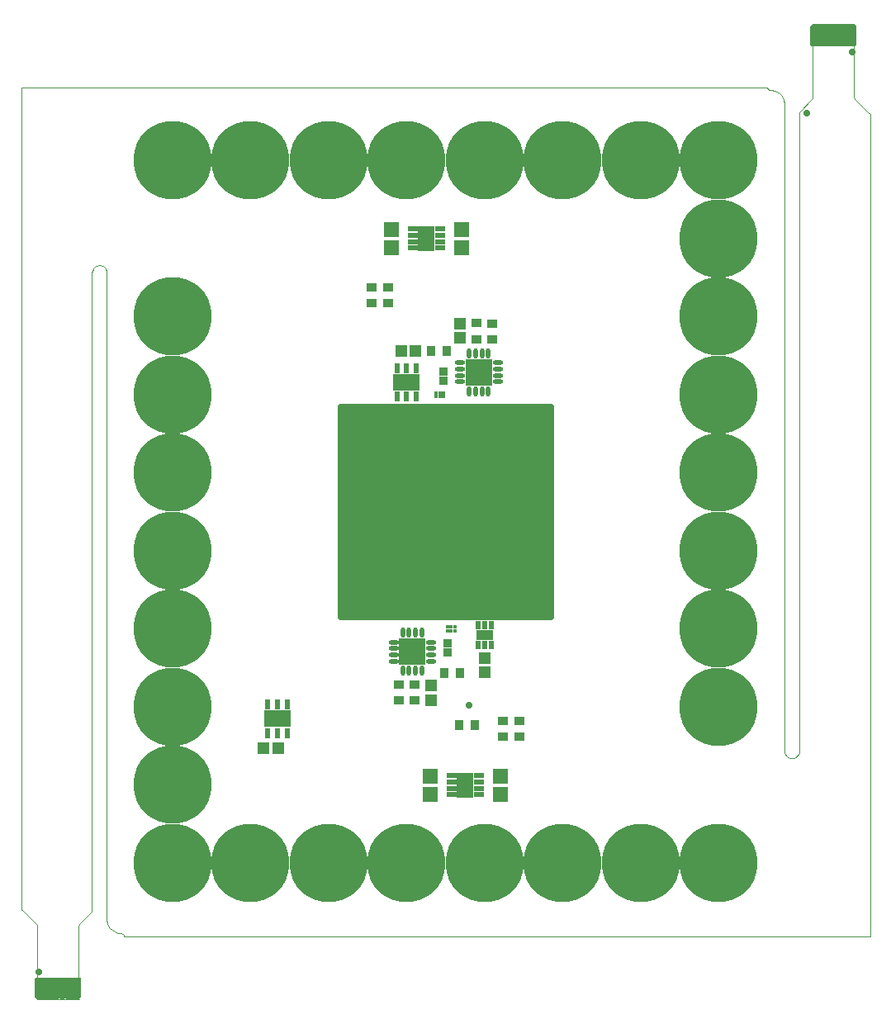
<source format=gbr>
%TF.GenerationSoftware,Altium Limited,Altium Designer,23.9.2 (47)*%
G04 Layer_Color=13278208*
%FSLAX45Y45*%
%MOMM*%
%TF.SameCoordinates,9F32D3C1-515D-4E76-A5FB-46C0C9FD6927*%
%TF.FilePolarity,Positive*%
%TF.FileFunction,Coverlay,Board_Layer_Stack_Top_Coverlay_(Board_Layer_Stack)*%
%TF.Part,Single*%
G01*
G75*
%TA.AperFunction,SMDPad,CuDef*%
%ADD50R,1.65000X1.50000*%
%ADD51R,1.20000X1.20000*%
%ADD52R,1.20000X1.20000*%
%ADD53R,0.92000X0.88000*%
%ADD54R,0.90000X1.10000*%
%ADD55R,1.10000X0.90000*%
%ADD56R,0.50000X0.90000*%
%ADD57R,1.80000X1.09000*%
%ADD58R,1.69000X2.60000*%
%ADD59R,1.10000X0.55000*%
%TA.AperFunction,BGAPad,CuDef*%
%ADD60C,0.40000*%
%TA.AperFunction,SMDPad,CuDef*%
%ADD61R,2.80000X2.80000*%
%ADD62O,1.05000X0.50000*%
%ADD63O,0.50000X1.05000*%
%ADD64R,0.60000X1.00000*%
%ADD65R,2.70000X1.70000*%
G04:AMPARAMS|DCode=66|XSize=22.2mm|YSize=22.2mm|CornerRadius=0.32mm|HoleSize=0mm|Usage=FLASHONLY|Rotation=90.000|XOffset=0mm|YOffset=0mm|HoleType=Round|Shape=RoundedRectangle|*
%AMROUNDEDRECTD66*
21,1,22.20000,21.56000,0,0,90.0*
21,1,21.56000,22.20000,0,0,90.0*
1,1,0.64000,10.78000,10.78000*
1,1,0.64000,10.78000,-10.78000*
1,1,0.64000,-10.78000,-10.78000*
1,1,0.64000,-10.78000,10.78000*
%
%ADD66ROUNDEDRECTD66*%
%TA.AperFunction,ComponentPad*%
%ADD67C,8.00000*%
%TA.AperFunction,ViaPad*%
%ADD68C,0.70000*%
%TA.AperFunction,Profile*%
%ADD70C,0.02540*%
G36*
X4191308Y4994936D02*
X4192594Y4994680D01*
X4193835Y4994259D01*
X4195011Y4993679D01*
X4196101Y4992951D01*
X4197086Y4992086D01*
X4207086Y4982086D01*
X4207951Y4981101D01*
X4208679Y4980011D01*
X4209259Y4978835D01*
X4209680Y4977594D01*
X4209936Y4976308D01*
X4210022Y4975000D01*
Y4785000D01*
X4209936Y4783692D01*
X4209680Y4782406D01*
X4209259Y4781165D01*
X4208679Y4779989D01*
X4207951Y4778900D01*
X4207086Y4777914D01*
X4206101Y4777050D01*
X4205011Y4776321D01*
X4203835Y4775742D01*
X4202594Y4775320D01*
X4201308Y4775065D01*
X4200000Y4774979D01*
X4170000D01*
X4168692Y4775065D01*
X4167406Y4775320D01*
X4166165Y4775742D01*
X4165000Y4776316D01*
X4163835Y4775742D01*
X4162594Y4775320D01*
X4161308Y4775065D01*
X4160000Y4774979D01*
X4150000D01*
X4148692Y4775065D01*
X4147406Y4775320D01*
X4146165Y4775742D01*
X4145000Y4776316D01*
X4143835Y4775742D01*
X4142594Y4775320D01*
X4141308Y4775065D01*
X4140000Y4774979D01*
X4110000D01*
X4108692Y4775065D01*
X4107407Y4775320D01*
X4106166Y4775742D01*
X4105000Y4776316D01*
X4103835Y4775742D01*
X4102594Y4775320D01*
X4101309Y4775065D01*
X4100000Y4774979D01*
X4090000D01*
X4088692Y4775065D01*
X4087407Y4775320D01*
X4086165Y4775742D01*
X4085000Y4776316D01*
X4083835Y4775742D01*
X4082594Y4775320D01*
X4081308Y4775065D01*
X4080000Y4774979D01*
X4050000D01*
X4048692Y4775065D01*
X4047407Y4775320D01*
X4046165Y4775742D01*
X4045000Y4776316D01*
X4043835Y4775742D01*
X4042594Y4775320D01*
X4041308Y4775065D01*
X4040000Y4774979D01*
X4030000D01*
X4028692Y4775065D01*
X4027406Y4775320D01*
X4026165Y4775742D01*
X4025000Y4776316D01*
X4023835Y4775742D01*
X4022594Y4775320D01*
X4021308Y4775065D01*
X4020000Y4774979D01*
X3990000D01*
X3988692Y4775065D01*
X3987407Y4775320D01*
X3986166Y4775742D01*
X3985000Y4776316D01*
X3983835Y4775742D01*
X3982594Y4775320D01*
X3981309Y4775065D01*
X3980000Y4774979D01*
X3970000D01*
X3968692Y4775065D01*
X3967407Y4775320D01*
X3966165Y4775742D01*
X3965000Y4776316D01*
X3963835Y4775742D01*
X3962594Y4775320D01*
X3961308Y4775065D01*
X3960000Y4774979D01*
X3930000D01*
X3928692Y4775065D01*
X3927407Y4775320D01*
X3926165Y4775742D01*
X3925000Y4776316D01*
X3923835Y4775742D01*
X3922594Y4775320D01*
X3921308Y4775065D01*
X3920000Y4774979D01*
X3910000D01*
X3908692Y4775065D01*
X3907406Y4775320D01*
X3906165Y4775742D01*
X3905000Y4776316D01*
X3903835Y4775742D01*
X3902594Y4775320D01*
X3901308Y4775065D01*
X3900000Y4774979D01*
X3870000D01*
X3868692Y4775065D01*
X3867407Y4775320D01*
X3866165Y4775742D01*
X3865000Y4776316D01*
X3863835Y4775742D01*
X3862594Y4775320D01*
X3861309Y4775065D01*
X3860000Y4774979D01*
X3850000D01*
X3848692Y4775065D01*
X3847407Y4775320D01*
X3846165Y4775742D01*
X3845000Y4776316D01*
X3843835Y4775742D01*
X3842594Y4775320D01*
X3841308Y4775065D01*
X3840000Y4774979D01*
X3810000D01*
X3808692Y4775065D01*
X3807407Y4775320D01*
X3806165Y4775742D01*
X3805000Y4776316D01*
X3803835Y4775742D01*
X3802594Y4775320D01*
X3801308Y4775065D01*
X3800000Y4774979D01*
X3790000D01*
X3788692Y4775065D01*
X3787406Y4775320D01*
X3786165Y4775742D01*
X3785000Y4776316D01*
X3783835Y4775742D01*
X3782594Y4775320D01*
X3781308Y4775065D01*
X3780000Y4774979D01*
X3750000D01*
X3748692Y4775065D01*
X3747407Y4775320D01*
X3746165Y4775742D01*
X3744989Y4776321D01*
X3743900Y4777050D01*
X3742914Y4777914D01*
X3742050Y4778900D01*
X3741321Y4779989D01*
X3740742Y4781165D01*
X3740320Y4782406D01*
X3740065Y4783692D01*
X3739979Y4785000D01*
Y4975000D01*
X3740065Y4976308D01*
X3740320Y4977594D01*
X3740742Y4978835D01*
X3741321Y4980011D01*
X3742050Y4981101D01*
X3742914Y4982086D01*
X3752912Y4992084D01*
X3752914Y4992086D01*
X3753900Y4992951D01*
X3754989Y4993679D01*
X3756165Y4994259D01*
X3757407Y4994680D01*
X3758692Y4994936D01*
X3760000Y4995022D01*
X3770000D01*
X3771308Y4994936D01*
X3772594Y4994680D01*
X3773835Y4994259D01*
X3775011Y4993679D01*
X3776101Y4992951D01*
X3777086Y4992086D01*
X3780639Y4988533D01*
X3780741Y4988835D01*
X3781321Y4990011D01*
X3782050Y4991101D01*
X3782914Y4992086D01*
X3783899Y4992951D01*
X3784989Y4993679D01*
X3786165Y4994259D01*
X3787406Y4994680D01*
X3788692Y4994936D01*
X3790000Y4995022D01*
X3800000D01*
X3801308Y4994936D01*
X3802594Y4994680D01*
X3803835Y4994259D01*
X3805011Y4993679D01*
X3806101Y4992951D01*
X3807086Y4992086D01*
X3807951Y4991101D01*
X3808679Y4990011D01*
X3809259Y4988835D01*
X3809361Y4988533D01*
X3812914Y4992086D01*
X3813900Y4992951D01*
X3814990Y4993679D01*
X3816165Y4994259D01*
X3817407Y4994680D01*
X3818692Y4994936D01*
X3820000Y4995022D01*
X3830000D01*
X3831308Y4994936D01*
X3832594Y4994680D01*
X3833835Y4994259D01*
X3835011Y4993679D01*
X3836101Y4992951D01*
X3837086Y4992086D01*
X3840639Y4988533D01*
X3840742Y4988835D01*
X3841322Y4990011D01*
X3842050Y4991101D01*
X3842914Y4992086D01*
X3843900Y4992951D01*
X3844990Y4993679D01*
X3846165Y4994259D01*
X3847407Y4994680D01*
X3848692Y4994936D01*
X3850000Y4995022D01*
X3860000D01*
X3861309Y4994936D01*
X3862594Y4994680D01*
X3863835Y4994259D01*
X3865011Y4993679D01*
X3866101Y4992951D01*
X3867086Y4992086D01*
X3867951Y4991101D01*
X3868679Y4990011D01*
X3869259Y4988835D01*
X3869361Y4988533D01*
X3872914Y4992086D01*
X3873900Y4992951D01*
X3874990Y4993679D01*
X3876165Y4994259D01*
X3877407Y4994680D01*
X3878692Y4994936D01*
X3880000Y4995022D01*
X3890000D01*
X3891308Y4994936D01*
X3892594Y4994680D01*
X3893835Y4994259D01*
X3895011Y4993679D01*
X3896101Y4992951D01*
X3897086Y4992086D01*
X3900639Y4988534D01*
X3900741Y4988835D01*
X3901321Y4990011D01*
X3902050Y4991101D01*
X3902914Y4992086D01*
X3903899Y4992951D01*
X3904989Y4993679D01*
X3906165Y4994259D01*
X3907406Y4994680D01*
X3908692Y4994936D01*
X3910000Y4995022D01*
X3920000D01*
X3921308Y4994936D01*
X3922594Y4994680D01*
X3923835Y4994259D01*
X3925011Y4993679D01*
X3926101Y4992951D01*
X3927086Y4992086D01*
X3927951Y4991101D01*
X3928679Y4990011D01*
X3929259Y4988835D01*
X3929361Y4988533D01*
X3932914Y4992086D01*
X3933900Y4992951D01*
X3934990Y4993679D01*
X3936165Y4994259D01*
X3937407Y4994680D01*
X3938692Y4994936D01*
X3940000Y4995022D01*
X3950000D01*
X3951308Y4994936D01*
X3952594Y4994680D01*
X3953835Y4994259D01*
X3955011Y4993679D01*
X3956101Y4992951D01*
X3957086Y4992086D01*
X3960639Y4988533D01*
X3960742Y4988835D01*
X3961322Y4990011D01*
X3962050Y4991101D01*
X3962914Y4992086D01*
X3963900Y4992951D01*
X3964990Y4993679D01*
X3966165Y4994259D01*
X3967407Y4994680D01*
X3968692Y4994936D01*
X3970000Y4995022D01*
X3980000D01*
X3981309Y4994936D01*
X3982594Y4994680D01*
X3983835Y4994259D01*
X3985011Y4993679D01*
X3986101Y4992951D01*
X3987087Y4992086D01*
X3987951Y4991101D01*
X3988679Y4990011D01*
X3989259Y4988835D01*
X3989361Y4988533D01*
X3992914Y4992086D01*
X3993900Y4992951D01*
X3994990Y4993679D01*
X3996165Y4994259D01*
X3997407Y4994680D01*
X3998692Y4994936D01*
X4000000Y4995022D01*
X4010000D01*
X4011308Y4994936D01*
X4012594Y4994680D01*
X4013836Y4994259D01*
X4015011Y4993679D01*
X4016101Y4992951D01*
X4017086Y4992086D01*
X4020639Y4988534D01*
X4020742Y4988835D01*
X4021321Y4990011D01*
X4022050Y4991101D01*
X4022914Y4992086D01*
X4023899Y4992951D01*
X4024989Y4993679D01*
X4026165Y4994259D01*
X4027406Y4994680D01*
X4028692Y4994936D01*
X4030000Y4995022D01*
X4040000D01*
X4041308Y4994936D01*
X4042594Y4994680D01*
X4043835Y4994259D01*
X4045011Y4993679D01*
X4046101Y4992951D01*
X4047086Y4992086D01*
X4047951Y4991101D01*
X4048679Y4990011D01*
X4049259Y4988835D01*
X4049361Y4988533D01*
X4052914Y4992086D01*
X4053900Y4992951D01*
X4054990Y4993679D01*
X4056165Y4994259D01*
X4057407Y4994680D01*
X4058692Y4994936D01*
X4060000Y4995022D01*
X4070000D01*
X4071308Y4994936D01*
X4072594Y4994680D01*
X4073835Y4994259D01*
X4075011Y4993679D01*
X4076101Y4992951D01*
X4077086Y4992086D01*
X4080639Y4988533D01*
X4080742Y4988835D01*
X4081322Y4990011D01*
X4082050Y4991101D01*
X4082914Y4992086D01*
X4083900Y4992951D01*
X4084990Y4993679D01*
X4086165Y4994259D01*
X4087407Y4994680D01*
X4088692Y4994936D01*
X4090000Y4995022D01*
X4100000D01*
X4101309Y4994936D01*
X4102594Y4994680D01*
X4103835Y4994259D01*
X4105011Y4993679D01*
X4106101Y4992951D01*
X4107087Y4992086D01*
X4107951Y4991101D01*
X4108679Y4990011D01*
X4109259Y4988835D01*
X4109361Y4988533D01*
X4112914Y4992086D01*
X4113900Y4992951D01*
X4114990Y4993679D01*
X4116165Y4994259D01*
X4117407Y4994680D01*
X4118692Y4994936D01*
X4120000Y4995022D01*
X4130000D01*
X4131308Y4994936D01*
X4132594Y4994680D01*
X4133836Y4994259D01*
X4135011Y4993679D01*
X4136101Y4992951D01*
X4137086Y4992086D01*
X4140639Y4988534D01*
X4140742Y4988835D01*
X4141321Y4990011D01*
X4142050Y4991101D01*
X4142914Y4992086D01*
X4143900Y4992951D01*
X4144989Y4993679D01*
X4146165Y4994259D01*
X4147406Y4994680D01*
X4148692Y4994936D01*
X4150000Y4995022D01*
X4160000D01*
X4161308Y4994936D01*
X4162594Y4994680D01*
X4163835Y4994259D01*
X4165011Y4993679D01*
X4166101Y4992951D01*
X4167086Y4992086D01*
X4167951Y4991101D01*
X4168679Y4990011D01*
X4169259Y4988835D01*
X4169361Y4988533D01*
X4172914Y4992086D01*
X4173900Y4992951D01*
X4174989Y4993679D01*
X4176165Y4994259D01*
X4177407Y4994680D01*
X4178692Y4994936D01*
X4180000Y4995022D01*
X4190000D01*
X4191308Y4994936D01*
D02*
G37*
G36*
X-3748692Y-4775065D02*
X-3747407Y-4775320D01*
X-3746165Y-4775742D01*
X-3744989Y-4776321D01*
X-3743900Y-4777050D01*
X-3742914Y-4777914D01*
X-3742050Y-4778900D01*
X-3741321Y-4779989D01*
X-3740742Y-4781165D01*
X-3740320Y-4782406D01*
X-3740065Y-4783692D01*
X-3739979Y-4785000D01*
Y-4975000D01*
X-3740065Y-4976308D01*
X-3740320Y-4977594D01*
X-3740742Y-4978835D01*
X-3741321Y-4980011D01*
X-3742050Y-4981101D01*
X-3742914Y-4982086D01*
X-3752912Y-4992084D01*
X-3752914Y-4992086D01*
X-3753900Y-4992951D01*
X-3754989Y-4993679D01*
X-3756165Y-4994259D01*
X-3757407Y-4994680D01*
X-3758692Y-4994936D01*
X-3760000Y-4995022D01*
X-3770000D01*
X-3771308Y-4994936D01*
X-3772594Y-4994680D01*
X-3773835Y-4994259D01*
X-3775011Y-4993679D01*
X-3776101Y-4992951D01*
X-3777086Y-4992086D01*
X-3780639Y-4988533D01*
X-3780741Y-4988835D01*
X-3781321Y-4990011D01*
X-3782050Y-4991101D01*
X-3782914Y-4992086D01*
X-3783899Y-4992951D01*
X-3784989Y-4993679D01*
X-3786165Y-4994259D01*
X-3787406Y-4994680D01*
X-3788692Y-4994936D01*
X-3790000Y-4995022D01*
X-3800000D01*
X-3801308Y-4994936D01*
X-3802594Y-4994680D01*
X-3803835Y-4994259D01*
X-3805011Y-4993679D01*
X-3806101Y-4992951D01*
X-3807086Y-4992086D01*
X-3807951Y-4991101D01*
X-3808679Y-4990011D01*
X-3809259Y-4988835D01*
X-3809361Y-4988533D01*
X-3812914Y-4992086D01*
X-3813900Y-4992951D01*
X-3814990Y-4993679D01*
X-3816165Y-4994259D01*
X-3817407Y-4994680D01*
X-3818692Y-4994936D01*
X-3820000Y-4995022D01*
X-3830000D01*
X-3831308Y-4994936D01*
X-3832594Y-4994680D01*
X-3833835Y-4994259D01*
X-3835011Y-4993679D01*
X-3836101Y-4992951D01*
X-3837086Y-4992086D01*
X-3840639Y-4988533D01*
X-3840742Y-4988835D01*
X-3841322Y-4990011D01*
X-3842050Y-4991101D01*
X-3842914Y-4992086D01*
X-3843900Y-4992951D01*
X-3844990Y-4993679D01*
X-3846165Y-4994259D01*
X-3847407Y-4994680D01*
X-3848692Y-4994936D01*
X-3850000Y-4995022D01*
X-3860000D01*
X-3861309Y-4994936D01*
X-3862594Y-4994680D01*
X-3863835Y-4994259D01*
X-3865011Y-4993679D01*
X-3866101Y-4992951D01*
X-3867086Y-4992086D01*
X-3867951Y-4991101D01*
X-3868679Y-4990011D01*
X-3869259Y-4988835D01*
X-3869361Y-4988533D01*
X-3872914Y-4992086D01*
X-3873900Y-4992951D01*
X-3874990Y-4993679D01*
X-3876165Y-4994259D01*
X-3877407Y-4994680D01*
X-3878692Y-4994936D01*
X-3880000Y-4995022D01*
X-3890000D01*
X-3891308Y-4994936D01*
X-3892594Y-4994680D01*
X-3893835Y-4994259D01*
X-3895011Y-4993679D01*
X-3896101Y-4992951D01*
X-3897086Y-4992086D01*
X-3900639Y-4988534D01*
X-3900741Y-4988835D01*
X-3901321Y-4990011D01*
X-3902050Y-4991101D01*
X-3902914Y-4992086D01*
X-3903899Y-4992951D01*
X-3904989Y-4993679D01*
X-3906165Y-4994259D01*
X-3907406Y-4994680D01*
X-3908692Y-4994936D01*
X-3910000Y-4995022D01*
X-3920000D01*
X-3921308Y-4994936D01*
X-3922594Y-4994680D01*
X-3923835Y-4994259D01*
X-3925011Y-4993679D01*
X-3926101Y-4992951D01*
X-3927086Y-4992086D01*
X-3927951Y-4991101D01*
X-3928679Y-4990011D01*
X-3929259Y-4988835D01*
X-3929361Y-4988533D01*
X-3932914Y-4992086D01*
X-3933900Y-4992951D01*
X-3934990Y-4993679D01*
X-3936165Y-4994259D01*
X-3937407Y-4994680D01*
X-3938692Y-4994936D01*
X-3940000Y-4995022D01*
X-3950000D01*
X-3951308Y-4994936D01*
X-3952594Y-4994680D01*
X-3953835Y-4994259D01*
X-3955011Y-4993679D01*
X-3956101Y-4992951D01*
X-3957086Y-4992086D01*
X-3960639Y-4988533D01*
X-3960742Y-4988835D01*
X-3961322Y-4990011D01*
X-3962050Y-4991101D01*
X-3962914Y-4992086D01*
X-3963900Y-4992951D01*
X-3964990Y-4993679D01*
X-3966165Y-4994259D01*
X-3967407Y-4994680D01*
X-3968692Y-4994936D01*
X-3970000Y-4995022D01*
X-3980000D01*
X-3981309Y-4994936D01*
X-3982594Y-4994680D01*
X-3983835Y-4994259D01*
X-3985011Y-4993679D01*
X-3986101Y-4992951D01*
X-3987087Y-4992086D01*
X-3987951Y-4991101D01*
X-3988679Y-4990011D01*
X-3989259Y-4988835D01*
X-3989361Y-4988533D01*
X-3992914Y-4992086D01*
X-3993900Y-4992951D01*
X-3994990Y-4993679D01*
X-3996165Y-4994259D01*
X-3997407Y-4994680D01*
X-3998692Y-4994936D01*
X-4000000Y-4995022D01*
X-4010000D01*
X-4011308Y-4994936D01*
X-4012594Y-4994680D01*
X-4013836Y-4994259D01*
X-4015011Y-4993679D01*
X-4016101Y-4992951D01*
X-4017086Y-4992086D01*
X-4020639Y-4988534D01*
X-4020742Y-4988835D01*
X-4021321Y-4990011D01*
X-4022050Y-4991101D01*
X-4022914Y-4992086D01*
X-4023899Y-4992951D01*
X-4024989Y-4993679D01*
X-4026165Y-4994259D01*
X-4027406Y-4994680D01*
X-4028692Y-4994936D01*
X-4030000Y-4995022D01*
X-4040000D01*
X-4041308Y-4994936D01*
X-4042594Y-4994680D01*
X-4043835Y-4994259D01*
X-4045011Y-4993679D01*
X-4046101Y-4992951D01*
X-4047086Y-4992086D01*
X-4047951Y-4991101D01*
X-4048679Y-4990011D01*
X-4049259Y-4988835D01*
X-4049361Y-4988533D01*
X-4052914Y-4992086D01*
X-4053900Y-4992951D01*
X-4054990Y-4993679D01*
X-4056165Y-4994259D01*
X-4057407Y-4994680D01*
X-4058692Y-4994936D01*
X-4060000Y-4995022D01*
X-4070000D01*
X-4071308Y-4994936D01*
X-4072594Y-4994680D01*
X-4073835Y-4994259D01*
X-4075011Y-4993679D01*
X-4076101Y-4992951D01*
X-4077086Y-4992086D01*
X-4080639Y-4988533D01*
X-4080742Y-4988835D01*
X-4081322Y-4990011D01*
X-4082050Y-4991101D01*
X-4082914Y-4992086D01*
X-4083900Y-4992951D01*
X-4084990Y-4993679D01*
X-4086165Y-4994259D01*
X-4087407Y-4994680D01*
X-4088692Y-4994936D01*
X-4090000Y-4995022D01*
X-4100000D01*
X-4101309Y-4994936D01*
X-4102594Y-4994680D01*
X-4103835Y-4994259D01*
X-4105011Y-4993679D01*
X-4106101Y-4992951D01*
X-4107087Y-4992086D01*
X-4107951Y-4991101D01*
X-4108679Y-4990011D01*
X-4109259Y-4988835D01*
X-4109361Y-4988533D01*
X-4112914Y-4992086D01*
X-4113900Y-4992951D01*
X-4114990Y-4993679D01*
X-4116165Y-4994259D01*
X-4117407Y-4994680D01*
X-4118692Y-4994936D01*
X-4120000Y-4995022D01*
X-4130000D01*
X-4131308Y-4994936D01*
X-4132594Y-4994680D01*
X-4133836Y-4994259D01*
X-4135011Y-4993679D01*
X-4136101Y-4992951D01*
X-4137086Y-4992086D01*
X-4140639Y-4988534D01*
X-4140742Y-4988835D01*
X-4141321Y-4990011D01*
X-4142050Y-4991101D01*
X-4142914Y-4992086D01*
X-4143900Y-4992951D01*
X-4144989Y-4993679D01*
X-4146165Y-4994259D01*
X-4147406Y-4994680D01*
X-4148692Y-4994936D01*
X-4150000Y-4995022D01*
X-4160000D01*
X-4161308Y-4994936D01*
X-4162594Y-4994680D01*
X-4163835Y-4994259D01*
X-4165011Y-4993679D01*
X-4166101Y-4992951D01*
X-4167086Y-4992086D01*
X-4167951Y-4991101D01*
X-4168679Y-4990011D01*
X-4169259Y-4988835D01*
X-4169361Y-4988533D01*
X-4172914Y-4992086D01*
X-4173900Y-4992951D01*
X-4174989Y-4993679D01*
X-4176165Y-4994259D01*
X-4177407Y-4994680D01*
X-4178692Y-4994936D01*
X-4180000Y-4995022D01*
X-4190000D01*
X-4191308Y-4994936D01*
X-4192594Y-4994680D01*
X-4193835Y-4994259D01*
X-4195011Y-4993679D01*
X-4196101Y-4992951D01*
X-4197086Y-4992086D01*
X-4207086Y-4982086D01*
X-4207951Y-4981101D01*
X-4208679Y-4980011D01*
X-4209259Y-4978835D01*
X-4209680Y-4977594D01*
X-4209936Y-4976308D01*
X-4210022Y-4975000D01*
Y-4785000D01*
X-4209936Y-4783692D01*
X-4209680Y-4782406D01*
X-4209259Y-4781165D01*
X-4208679Y-4779989D01*
X-4207951Y-4778900D01*
X-4207086Y-4777914D01*
X-4206101Y-4777050D01*
X-4205011Y-4776321D01*
X-4203835Y-4775742D01*
X-4202594Y-4775320D01*
X-4201308Y-4775065D01*
X-4200000Y-4774979D01*
X-4170000D01*
X-4168692Y-4775065D01*
X-4167406Y-4775320D01*
X-4166165Y-4775742D01*
X-4165000Y-4776316D01*
X-4163835Y-4775742D01*
X-4162594Y-4775320D01*
X-4161308Y-4775065D01*
X-4160000Y-4774979D01*
X-4150000D01*
X-4148692Y-4775065D01*
X-4147406Y-4775320D01*
X-4146165Y-4775742D01*
X-4145000Y-4776316D01*
X-4143835Y-4775742D01*
X-4142594Y-4775320D01*
X-4141308Y-4775065D01*
X-4140000Y-4774979D01*
X-4110000D01*
X-4108692Y-4775065D01*
X-4107407Y-4775320D01*
X-4106166Y-4775742D01*
X-4105000Y-4776316D01*
X-4103835Y-4775742D01*
X-4102594Y-4775320D01*
X-4101309Y-4775065D01*
X-4100000Y-4774979D01*
X-4090000D01*
X-4088692Y-4775065D01*
X-4087407Y-4775320D01*
X-4086165Y-4775742D01*
X-4085000Y-4776316D01*
X-4083835Y-4775742D01*
X-4082594Y-4775320D01*
X-4081308Y-4775065D01*
X-4080000Y-4774979D01*
X-4050000D01*
X-4048692Y-4775065D01*
X-4047407Y-4775320D01*
X-4046165Y-4775742D01*
X-4045000Y-4776316D01*
X-4043835Y-4775742D01*
X-4042594Y-4775320D01*
X-4041308Y-4775065D01*
X-4040000Y-4774979D01*
X-4030000D01*
X-4028692Y-4775065D01*
X-4027406Y-4775320D01*
X-4026165Y-4775742D01*
X-4025000Y-4776316D01*
X-4023835Y-4775742D01*
X-4022594Y-4775320D01*
X-4021308Y-4775065D01*
X-4020000Y-4774979D01*
X-3990000D01*
X-3988692Y-4775065D01*
X-3987407Y-4775320D01*
X-3986166Y-4775742D01*
X-3985000Y-4776316D01*
X-3983835Y-4775742D01*
X-3982594Y-4775320D01*
X-3981309Y-4775065D01*
X-3980000Y-4774979D01*
X-3970000D01*
X-3968692Y-4775065D01*
X-3967407Y-4775320D01*
X-3966165Y-4775742D01*
X-3965000Y-4776316D01*
X-3963835Y-4775742D01*
X-3962594Y-4775320D01*
X-3961308Y-4775065D01*
X-3960000Y-4774979D01*
X-3930000D01*
X-3928692Y-4775065D01*
X-3927407Y-4775320D01*
X-3926165Y-4775742D01*
X-3925000Y-4776316D01*
X-3923835Y-4775742D01*
X-3922594Y-4775320D01*
X-3921308Y-4775065D01*
X-3920000Y-4774979D01*
X-3910000D01*
X-3908692Y-4775065D01*
X-3907406Y-4775320D01*
X-3906165Y-4775742D01*
X-3905000Y-4776316D01*
X-3903835Y-4775742D01*
X-3902594Y-4775320D01*
X-3901308Y-4775065D01*
X-3900000Y-4774979D01*
X-3870000D01*
X-3868692Y-4775065D01*
X-3867407Y-4775320D01*
X-3866165Y-4775742D01*
X-3865000Y-4776316D01*
X-3863835Y-4775742D01*
X-3862594Y-4775320D01*
X-3861309Y-4775065D01*
X-3860000Y-4774979D01*
X-3850000D01*
X-3848692Y-4775065D01*
X-3847407Y-4775320D01*
X-3846165Y-4775742D01*
X-3845000Y-4776316D01*
X-3843835Y-4775742D01*
X-3842594Y-4775320D01*
X-3841308Y-4775065D01*
X-3840000Y-4774979D01*
X-3810000D01*
X-3808692Y-4775065D01*
X-3807407Y-4775320D01*
X-3806165Y-4775742D01*
X-3805000Y-4776316D01*
X-3803835Y-4775742D01*
X-3802594Y-4775320D01*
X-3801308Y-4775065D01*
X-3800000Y-4774979D01*
X-3790000D01*
X-3788692Y-4775065D01*
X-3787406Y-4775320D01*
X-3786165Y-4775742D01*
X-3785000Y-4776316D01*
X-3783835Y-4775742D01*
X-3782594Y-4775320D01*
X-3781308Y-4775065D01*
X-3780000Y-4774979D01*
X-3750000D01*
X-3748692Y-4775065D01*
D02*
G37*
D50*
X-162458Y-2710965D02*
D03*
Y-2896365D02*
D03*
X557542Y-2710965D02*
D03*
Y-2896365D02*
D03*
X-560000Y2707300D02*
D03*
Y2892700D02*
D03*
X160000Y2707300D02*
D03*
Y2892700D02*
D03*
D51*
X402500Y-1647700D02*
D03*
Y-1502300D02*
D03*
X-152458Y-1929064D02*
D03*
Y-1783664D02*
D03*
X150000Y1925400D02*
D03*
Y1780000D02*
D03*
D52*
X-1865400Y-2420000D02*
D03*
X-1720000D02*
D03*
X-307300Y1650000D02*
D03*
X-452700D02*
D03*
D53*
X17542Y-1438665D02*
D03*
Y-1348665D02*
D03*
X-20000Y1435000D02*
D03*
Y1345000D02*
D03*
D54*
X300000Y-2190000D02*
D03*
X134600D02*
D03*
X-15158Y-1653664D02*
D03*
X150242D02*
D03*
X-152700Y1650000D02*
D03*
X12700D02*
D03*
D55*
X757542Y-2306364D02*
D03*
Y-2140964D02*
D03*
X587542D02*
D03*
Y-2306364D02*
D03*
X-322458Y-1936364D02*
D03*
Y-1770964D02*
D03*
X-482458Y-1768264D02*
D03*
Y-1933664D02*
D03*
X480000Y1930000D02*
D03*
Y1764600D02*
D03*
X320000Y1767300D02*
D03*
Y1932700D02*
D03*
X-590000Y2302700D02*
D03*
Y2137300D02*
D03*
X-760000D02*
D03*
Y2302700D02*
D03*
D56*
X465000Y-1165500D02*
D03*
X400000D02*
D03*
X335000D02*
D03*
X465000Y-1364500D02*
D03*
X400000D02*
D03*
X335000D02*
D03*
D57*
X400000Y-1265000D02*
D03*
D58*
X197542Y-2803664D02*
D03*
X-200000Y2800000D02*
D03*
D59*
X337042Y-2901165D02*
D03*
Y-2836165D02*
D03*
Y-2771165D02*
D03*
Y-2706165D02*
D03*
X58042Y-2901165D02*
D03*
Y-2836165D02*
D03*
Y-2771165D02*
D03*
Y-2706165D02*
D03*
X-339500Y2897500D02*
D03*
Y2832500D02*
D03*
Y2767500D02*
D03*
Y2702500D02*
D03*
X-60500Y2897500D02*
D03*
Y2832500D02*
D03*
Y2767500D02*
D03*
Y2702500D02*
D03*
D60*
X97542Y-1223664D02*
D03*
X57542D02*
D03*
X17542D02*
D03*
X97542Y-1183664D02*
D03*
X57542D02*
D03*
X17542D02*
D03*
X-100000Y1220000D02*
D03*
X-60000D02*
D03*
X-20000D02*
D03*
X-100000Y1180000D02*
D03*
X-60000D02*
D03*
X-20000D02*
D03*
D61*
X-342458Y-1433664D02*
D03*
X340000Y1430000D02*
D03*
D62*
X-149958Y-1336164D02*
D03*
Y-1401164D02*
D03*
Y-1466164D02*
D03*
Y-1531164D02*
D03*
X-534958D02*
D03*
Y-1466164D02*
D03*
Y-1401164D02*
D03*
Y-1336164D02*
D03*
X147500Y1332500D02*
D03*
Y1397500D02*
D03*
Y1462500D02*
D03*
Y1527500D02*
D03*
X532500D02*
D03*
Y1462500D02*
D03*
Y1397500D02*
D03*
Y1332500D02*
D03*
D63*
X-244958Y-1626164D02*
D03*
X-309958D02*
D03*
X-374958D02*
D03*
X-439958D02*
D03*
Y-1241164D02*
D03*
X-374958D02*
D03*
X-309958D02*
D03*
X-244958D02*
D03*
X242500Y1622500D02*
D03*
X307500D02*
D03*
X372500D02*
D03*
X437500D02*
D03*
Y1237500D02*
D03*
X372500D02*
D03*
X307500D02*
D03*
X242500D02*
D03*
D64*
X-1622500Y-1979500D02*
D03*
X-1722500D02*
D03*
X-1822500D02*
D03*
X-1622500Y-2267500D02*
D03*
X-1722500D02*
D03*
X-1822500D02*
D03*
X-500000Y1186000D02*
D03*
X-400000D02*
D03*
X-300000D02*
D03*
X-500000Y1474000D02*
D03*
X-400000D02*
D03*
X-300000D02*
D03*
D65*
X-1722500Y-2123500D02*
D03*
X-400000Y1330000D02*
D03*
D66*
X0Y0D02*
D03*
D67*
X-2800000Y2000000D02*
D03*
X2800000Y-2000000D02*
D03*
Y-3600000D02*
D03*
X400000D02*
D03*
X-400000D02*
D03*
X-2000000D02*
D03*
X-1200000D02*
D03*
X2000000D02*
D03*
X1200000D02*
D03*
X2800000Y3600000D02*
D03*
X400000D02*
D03*
X-400000D02*
D03*
X-2000000D02*
D03*
X-1200000D02*
D03*
X2000000D02*
D03*
X1200000D02*
D03*
X-2800000D02*
D03*
X2800000Y2800000D02*
D03*
Y400000D02*
D03*
Y-400000D02*
D03*
Y-1200000D02*
D03*
Y2000000D02*
D03*
Y1200000D02*
D03*
X-2800000Y-3599999D02*
D03*
Y-2799999D02*
D03*
Y-2000000D02*
D03*
Y-1200000D02*
D03*
Y-400000D02*
D03*
Y400000D02*
D03*
Y1200000D02*
D03*
D68*
X240000Y-1980000D02*
D03*
X-4170011Y-4720709D02*
D03*
X4167552Y4717044D02*
D03*
X3702500Y4090000D02*
D03*
D70*
X4189105Y5000000D02*
X4189099Y4245004D01*
D01*
Y4245003D01*
X4191071Y4235093D01*
X4194821Y4229479D01*
X4196684Y4226691D01*
X4196685D01*
Y4226691D01*
X4334190Y4089186D01*
X4342592Y4083572D01*
X4350541Y4081991D01*
Y-4350540D01*
X-3299210D01*
X-3299103Y-4350000D01*
Y-4350000D01*
X-3299967Y-4345653D01*
X-3300617Y-4341275D01*
X-3300948Y-4340722D01*
X-3301074Y-4340089D01*
X-3303536Y-4336405D01*
X-3305812Y-4332608D01*
X-3306329Y-4332224D01*
X-3306688Y-4331687D01*
X-3310372Y-4329226D01*
X-3313928Y-4326589D01*
X-3314553Y-4326432D01*
X-3315090Y-4326073D01*
X-3319435Y-4325209D01*
X-3323730Y-4324133D01*
X-3338974Y-4323385D01*
X-3368245Y-4317562D01*
X-3395226Y-4306387D01*
X-3419509Y-4290161D01*
X-3440159Y-4269511D01*
X-3456383Y-4245229D01*
X-3467559Y-4218248D01*
X-3473382Y-4188977D01*
X-3474099Y-4174368D01*
X-3474100Y2450000D01*
X-3474101Y2450005D01*
X-3474100Y2459944D01*
Y2459945D01*
Y2459945D01*
X-3474753Y2463227D01*
X-3476071Y2469855D01*
X-3476072Y2469855D01*
Y2469856D01*
X-3483683Y2488233D01*
Y2488233D01*
X-3487434Y2493847D01*
X-3489297Y2496635D01*
X-3489297D01*
Y2496635D01*
X-3503363Y2510700D01*
X-3503363D01*
Y2510701D01*
X-3506151Y2512563D01*
X-3511764Y2516314D01*
X-3511765D01*
X-3530142Y2523926D01*
X-3530142Y2523926D01*
X-3536764Y2525243D01*
X-3540052Y2525897D01*
X-3540053D01*
X-3540053D01*
X-3549998Y2525897D01*
X-3550001Y2525897D01*
X-3559943Y2525897D01*
X-3559944D01*
X-3559944D01*
X-3564876Y2524916D01*
X-3569854Y2523926D01*
X-3569854Y2523926D01*
X-3569854D01*
X-3588231Y2516314D01*
X-3596633Y2510700D01*
X-3610698Y2496635D01*
X-3616312Y2488233D01*
X-3623924Y2469856D01*
Y2469856D01*
X-3623924Y2469856D01*
X-3624914Y2464878D01*
X-3625895Y2459946D01*
Y2459945D01*
Y2459945D01*
X-3625895Y2449999D01*
Y-4099274D01*
X-3753313Y-4226691D01*
Y-4226691D01*
X-3753314D01*
X-3755176Y-4229479D01*
X-3758927Y-4235093D01*
X-3760898Y-4245003D01*
Y-4245004D01*
D01*
X-3760893Y-5000000D01*
X-3760786Y-5000538D01*
X-4189209D01*
X-4189102Y-5000000D01*
X-4189096Y-4245004D01*
D01*
Y-4245003D01*
X-4191068Y-4235093D01*
X-4193879Y-4230885D01*
X-4196681Y-4226691D01*
X-4196682Y-4226691D01*
X-4331688Y-4091685D01*
X-4340089Y-4086072D01*
X-4350000Y-4084100D01*
X-4350535Y-4084207D01*
Y3150000D01*
Y4350541D01*
X3299210D01*
X3299102Y4350000D01*
X3299284Y4349088D01*
X3299167Y4348163D01*
X3300099Y4344760D01*
X3300616Y4341274D01*
X3300948Y4340721D01*
X3301074Y4340089D01*
X3301590Y4339317D01*
X3301836Y4338417D01*
X3303999Y4335631D01*
X3305811Y4332607D01*
X3306330Y4332222D01*
X3306688Y4331688D01*
X3307459Y4331172D01*
X3308031Y4330435D01*
X3311095Y4328688D01*
X3313927Y4326588D01*
X3314555Y4326431D01*
X3315089Y4326074D01*
X3316000Y4325893D01*
X3316810Y4325431D01*
X3320310Y4324989D01*
X3323729Y4324133D01*
X3338974Y4323384D01*
X3368246Y4317561D01*
X3395228Y4306385D01*
X3419511Y4290160D01*
X3440163Y4269508D01*
X3456388Y4245226D01*
X3467564Y4218244D01*
X3473387Y4188971D01*
X3474105Y4174362D01*
X3474105Y2800000D01*
X3474105Y-2449999D01*
X3474105Y-2459945D01*
Y-2459945D01*
Y-2459945D01*
X3474759Y-2463233D01*
X3476076Y-2469856D01*
X3476077Y-2469856D01*
X3483688Y-2488233D01*
Y-2488233D01*
X3487439Y-2493847D01*
X3489302Y-2496635D01*
X3489302D01*
Y-2496635D01*
X3503367Y-2510700D01*
X3511769Y-2516314D01*
X3530146Y-2523926D01*
X3530147D01*
X3530147Y-2523927D01*
X3535125Y-2524917D01*
X3540057Y-2525898D01*
X3540057D01*
X3540058D01*
X3550003Y-2525897D01*
X3559947Y-2525898D01*
X3559948D01*
X3559948D01*
X3563236Y-2525244D01*
X3569858Y-2523927D01*
X3569859Y-2523926D01*
X3588235Y-2516314D01*
X3588236D01*
X3593850Y-2512564D01*
X3596637Y-2510701D01*
Y-2510701D01*
X3596638D01*
X3610703Y-2496635D01*
Y-2496635D01*
X3610703D01*
X3612566Y-2493847D01*
X3616317Y-2488234D01*
Y-2488233D01*
X3623928Y-2469856D01*
X3623929Y-2469856D01*
X3625246Y-2463234D01*
X3625900Y-2459946D01*
Y-2459945D01*
Y-2459945D01*
X3625900Y-2449999D01*
X3625900Y4099272D01*
X3753319Y4226690D01*
Y4226690D01*
X3753319D01*
X3755182Y4229478D01*
X3758933Y4235091D01*
X3760904Y4245002D01*
Y4245002D01*
D01*
X3760898Y4999999D01*
X3760791Y5000538D01*
X4189212D01*
X4189105Y5000000D01*
%TF.MD5,34321fdba50e371dfc53f894d04df20e*%
M02*

</source>
